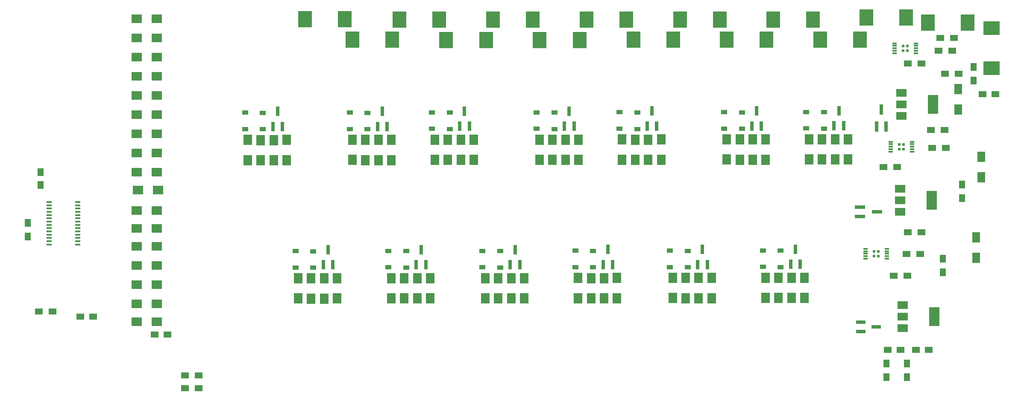
<source format=gbr>
G04 #@! TF.FileFunction,Paste,Top*
%FSLAX46Y46*%
G04 Gerber Fmt 4.6, Leading zero omitted, Abs format (unit mm)*
G04 Created by KiCad (PCBNEW 4.0.6) date Tuesday, July 11, 2017 'PMt' 04:53:45 PM*
%MOMM*%
%LPD*%
G01*
G04 APERTURE LIST*
%ADD10C,0.100000*%
%ADD11R,1.500000X1.250000*%
%ADD12R,0.890000X0.305000*%
%ADD13R,0.504000X0.564000*%
%ADD14R,1.500000X1.300000*%
%ADD15R,2.000000X3.800000*%
%ADD16R,2.000000X1.500000*%
%ADD17R,1.600000X2.000000*%
%ADD18R,1.100000X0.400000*%
%ADD19R,1.700000X2.000000*%
%ADD20R,0.800000X1.900000*%
%ADD21R,1.220000X0.910000*%
%ADD22R,2.700000X3.200000*%
%ADD23R,2.000000X1.700000*%
%ADD24R,1.300000X1.500000*%
%ADD25R,3.200000X2.700000*%
%ADD26R,2.000000X0.650000*%
%ADD27R,0.650000X2.000000*%
%ADD28R,1.900000X0.800000*%
%ADD29R,1.250000X1.500000*%
G04 APERTURE END LIST*
D10*
D11*
X30714000Y-76708000D03*
X28214000Y-76708000D03*
D12*
X174845000Y-18850000D03*
X174845000Y-19350000D03*
X174845000Y-19850000D03*
X174845000Y-20350000D03*
X174845000Y-20850000D03*
X179055000Y-20850000D03*
X179055000Y-20350000D03*
X179055000Y-19850000D03*
X179055000Y-19350000D03*
X179055000Y-18850000D03*
D13*
X177370000Y-20320000D03*
X177370000Y-19380000D03*
X176530000Y-20320000D03*
X176530000Y-19380000D03*
D14*
X186262000Y-20320000D03*
X183562000Y-20320000D03*
X180166000Y-22860000D03*
X177466000Y-22860000D03*
D15*
X182474000Y-30988000D03*
D16*
X176174000Y-30988000D03*
X176174000Y-33288000D03*
X176174000Y-28688000D03*
D14*
X184832000Y-24892000D03*
X187532000Y-24892000D03*
D17*
X187452000Y-27972000D03*
X187452000Y-31972000D03*
D14*
X175340000Y-43434000D03*
X172640000Y-43434000D03*
D18*
X7310000Y-50385000D03*
X7310000Y-51035000D03*
X7310000Y-51685000D03*
X7310000Y-52335000D03*
X7310000Y-52985000D03*
X7310000Y-53635000D03*
X7310000Y-54285000D03*
X7310000Y-54935000D03*
X7310000Y-55585000D03*
X7310000Y-56235000D03*
X7310000Y-56885000D03*
X7310000Y-57535000D03*
X7310000Y-58185000D03*
X7310000Y-58835000D03*
X13010000Y-58835000D03*
X13010000Y-58185000D03*
X13010000Y-57535000D03*
X13010000Y-56885000D03*
X13010000Y-56235000D03*
X13010000Y-55585000D03*
X13010000Y-54935000D03*
X13010000Y-54285000D03*
X13010000Y-53635000D03*
X13010000Y-52985000D03*
X13010000Y-52335000D03*
X13010000Y-51685000D03*
X13010000Y-51035000D03*
X13010000Y-50385000D03*
D19*
X157920000Y-37930000D03*
X157920000Y-41930000D03*
D20*
X162875000Y-35250000D03*
X164775000Y-35250000D03*
X163825000Y-32250000D03*
D21*
X160890000Y-35825000D03*
X160890000Y-32555000D03*
D19*
X160475000Y-41950000D03*
X160475000Y-37950000D03*
X163075000Y-37950000D03*
X163075000Y-41950000D03*
D21*
X157370000Y-35775000D03*
X157370000Y-32505000D03*
D19*
X165630000Y-41940000D03*
X165630000Y-37940000D03*
X141620000Y-37960000D03*
X141620000Y-41960000D03*
D21*
X141070000Y-35805000D03*
X141070000Y-32535000D03*
D20*
X146575000Y-35280000D03*
X148475000Y-35280000D03*
X147525000Y-32280000D03*
D21*
X144590000Y-35855000D03*
X144590000Y-32585000D03*
D20*
X125835000Y-35290000D03*
X127735000Y-35290000D03*
X126785000Y-32290000D03*
D21*
X123850000Y-35865000D03*
X123850000Y-32595000D03*
X120330000Y-35815000D03*
X120330000Y-32545000D03*
D19*
X123435000Y-41990000D03*
X123435000Y-37990000D03*
X126035000Y-37990000D03*
X126035000Y-41990000D03*
X120880000Y-37970000D03*
X120880000Y-41970000D03*
X146775000Y-37980000D03*
X146775000Y-41980000D03*
X144175000Y-41980000D03*
X144175000Y-37980000D03*
X128590000Y-41980000D03*
X128590000Y-37980000D03*
X149330000Y-41970000D03*
X149330000Y-37970000D03*
D20*
X154255000Y-62760000D03*
X156155000Y-62760000D03*
X155205000Y-59760000D03*
D21*
X152270000Y-63335000D03*
X152270000Y-60065000D03*
X148750000Y-63285000D03*
X148750000Y-60015000D03*
D19*
X130880000Y-65470000D03*
X130880000Y-69470000D03*
X133435000Y-69490000D03*
X133435000Y-65490000D03*
X136035000Y-65490000D03*
X136035000Y-69490000D03*
X138590000Y-69480000D03*
X138590000Y-65480000D03*
D20*
X135835000Y-62790000D03*
X137735000Y-62790000D03*
X136785000Y-59790000D03*
D21*
X133850000Y-63365000D03*
X133850000Y-60095000D03*
X130330000Y-63315000D03*
X130330000Y-60045000D03*
D19*
X154455000Y-65460000D03*
X154455000Y-69460000D03*
X151855000Y-69460000D03*
X151855000Y-65460000D03*
X149300000Y-65440000D03*
X149300000Y-69440000D03*
X157010000Y-69450000D03*
X157010000Y-65450000D03*
D21*
X103920000Y-35845000D03*
X103920000Y-32575000D03*
D19*
X104470000Y-38000000D03*
X104470000Y-42000000D03*
D20*
X109425000Y-35320000D03*
X111325000Y-35320000D03*
X110375000Y-32320000D03*
D21*
X107440000Y-35895000D03*
X107440000Y-32625000D03*
X83180000Y-35855000D03*
X83180000Y-32585000D03*
D20*
X88685000Y-35330000D03*
X90585000Y-35330000D03*
X89635000Y-32330000D03*
D21*
X86700000Y-35905000D03*
X86700000Y-32635000D03*
X111600000Y-63325000D03*
X111600000Y-60055000D03*
D19*
X119860000Y-69490000D03*
X119860000Y-65490000D03*
D20*
X117105000Y-62800000D03*
X119005000Y-62800000D03*
X118055000Y-59800000D03*
D21*
X115120000Y-63375000D03*
X115120000Y-60105000D03*
D19*
X112150000Y-65480000D03*
X112150000Y-69480000D03*
X114705000Y-69500000D03*
X114705000Y-65500000D03*
X117305000Y-65500000D03*
X117305000Y-69500000D03*
X101440000Y-69520000D03*
X101440000Y-65520000D03*
X98885000Y-65530000D03*
X98885000Y-69530000D03*
X93730000Y-65510000D03*
X93730000Y-69510000D03*
X96285000Y-69530000D03*
X96285000Y-65530000D03*
D21*
X93180000Y-63355000D03*
X93180000Y-60085000D03*
D20*
X98685000Y-62830000D03*
X100585000Y-62830000D03*
X99635000Y-59830000D03*
D21*
X96700000Y-63405000D03*
X96700000Y-60135000D03*
D19*
X112180000Y-42010000D03*
X112180000Y-38010000D03*
X109625000Y-38020000D03*
X109625000Y-42020000D03*
X107025000Y-42020000D03*
X107025000Y-38020000D03*
X83730000Y-38010000D03*
X83730000Y-42010000D03*
X91440000Y-42020000D03*
X91440000Y-38020000D03*
X86285000Y-42030000D03*
X86285000Y-38030000D03*
X88885000Y-38030000D03*
X88885000Y-42030000D03*
D21*
X74560000Y-63365000D03*
X74560000Y-60095000D03*
D20*
X80065000Y-62840000D03*
X81965000Y-62840000D03*
X81015000Y-59840000D03*
D21*
X78080000Y-63415000D03*
X78080000Y-60145000D03*
D19*
X75110000Y-65520000D03*
X75110000Y-69520000D03*
X77665000Y-69540000D03*
X77665000Y-65540000D03*
X80265000Y-65540000D03*
X80265000Y-69540000D03*
X82820000Y-69530000D03*
X82820000Y-65530000D03*
X72585000Y-38060000D03*
X72585000Y-42060000D03*
X67430000Y-38040000D03*
X67430000Y-42040000D03*
X69985000Y-42060000D03*
X69985000Y-38060000D03*
X75140000Y-42050000D03*
X75140000Y-38050000D03*
D20*
X72385000Y-35360000D03*
X74285000Y-35360000D03*
X73335000Y-32360000D03*
D21*
X70400000Y-35935000D03*
X70400000Y-32665000D03*
X66880000Y-35885000D03*
X66880000Y-32615000D03*
D19*
X61845000Y-65570000D03*
X61845000Y-69570000D03*
X56690000Y-65550000D03*
X56690000Y-69550000D03*
X59245000Y-69570000D03*
X59245000Y-65570000D03*
X64400000Y-69560000D03*
X64400000Y-65560000D03*
D20*
X61645000Y-62870000D03*
X63545000Y-62870000D03*
X62595000Y-59870000D03*
D21*
X59660000Y-63445000D03*
X59660000Y-60175000D03*
X56140000Y-63395000D03*
X56140000Y-60125000D03*
X49660000Y-35945000D03*
X49660000Y-32675000D03*
D22*
X58000000Y-14100000D03*
X65900000Y-14100000D03*
X67375000Y-18150000D03*
X75275000Y-18150000D03*
X76700000Y-14125000D03*
X84600000Y-14125000D03*
X85975000Y-18175000D03*
X93875000Y-18175000D03*
X95250000Y-14150000D03*
X103150000Y-14150000D03*
X104525000Y-18175000D03*
X112425000Y-18175000D03*
X113800000Y-14150000D03*
X121700000Y-14150000D03*
X123100000Y-18150000D03*
X131000000Y-18150000D03*
X132325000Y-14125000D03*
X140225000Y-14125000D03*
X141550000Y-18150000D03*
X149450000Y-18150000D03*
X150825000Y-14150000D03*
X158725000Y-14150000D03*
X160100000Y-18150000D03*
X168000000Y-18150000D03*
D20*
X51645000Y-35370000D03*
X53545000Y-35370000D03*
X52595000Y-32370000D03*
D19*
X49245000Y-42070000D03*
X49245000Y-38070000D03*
X51845000Y-38070000D03*
X51845000Y-42070000D03*
X54400000Y-42060000D03*
X54400000Y-38060000D03*
D21*
X46140000Y-35895000D03*
X46140000Y-32625000D03*
D19*
X46690000Y-38050000D03*
X46690000Y-42050000D03*
D23*
X24670000Y-17780000D03*
X28670000Y-17780000D03*
X24670000Y-21590000D03*
X28670000Y-21590000D03*
X24670000Y-25400000D03*
X28670000Y-25400000D03*
X24670000Y-29210000D03*
X28670000Y-29210000D03*
X24670000Y-33020000D03*
X28670000Y-33020000D03*
X24670000Y-36830000D03*
X28670000Y-36830000D03*
X24670000Y-40640000D03*
X28670000Y-40640000D03*
X24670000Y-44450000D03*
X28670000Y-44450000D03*
X28924000Y-48006000D03*
X24924000Y-48006000D03*
X28670000Y-52070000D03*
X24670000Y-52070000D03*
X28670000Y-55626000D03*
X24670000Y-55626000D03*
X28670000Y-59182000D03*
X24670000Y-59182000D03*
X28670000Y-62992000D03*
X24670000Y-62992000D03*
X28670000Y-74168000D03*
X24670000Y-74168000D03*
X28670000Y-66802000D03*
X24670000Y-66802000D03*
X28670000Y-70612000D03*
X24670000Y-70612000D03*
X28670000Y-13970000D03*
X24670000Y-13970000D03*
D17*
X192024000Y-45434000D03*
X192024000Y-41434000D03*
X191008000Y-61436000D03*
X191008000Y-57436000D03*
D15*
X182220000Y-50038000D03*
D16*
X175920000Y-50038000D03*
X175920000Y-52338000D03*
X175920000Y-47738000D03*
D15*
X182728000Y-73152000D03*
D16*
X176428000Y-73152000D03*
X176428000Y-75452000D03*
X176428000Y-70852000D03*
D24*
X188214000Y-49610000D03*
X188214000Y-46910000D03*
X184404000Y-64342000D03*
X184404000Y-61642000D03*
D14*
X177372000Y-65024000D03*
X174672000Y-65024000D03*
X184992000Y-39624000D03*
X182292000Y-39624000D03*
X179912000Y-60706000D03*
X177212000Y-60706000D03*
D12*
X174083000Y-38408000D03*
X174083000Y-38908000D03*
X174083000Y-39408000D03*
X174083000Y-39908000D03*
X174083000Y-40408000D03*
X178293000Y-40408000D03*
X178293000Y-39908000D03*
X178293000Y-39408000D03*
X178293000Y-38908000D03*
X178293000Y-38408000D03*
D13*
X176608000Y-39878000D03*
X176608000Y-38938000D03*
X175768000Y-39878000D03*
X175768000Y-38938000D03*
D12*
X169091000Y-59668000D03*
X169091000Y-60168000D03*
X169091000Y-60668000D03*
X169091000Y-61168000D03*
X169091000Y-61668000D03*
X173301000Y-61668000D03*
X173301000Y-61168000D03*
X173301000Y-60668000D03*
X173301000Y-60168000D03*
X173301000Y-59668000D03*
D13*
X171616000Y-61138000D03*
X171616000Y-60198000D03*
X170776000Y-61138000D03*
X170776000Y-60198000D03*
D25*
X194056000Y-15862000D03*
X194056000Y-23762000D03*
D22*
X181470000Y-14732000D03*
X189370000Y-14732000D03*
X169278000Y-13716000D03*
X177178000Y-13716000D03*
D26*
X167962000Y-51374000D03*
X167962000Y-53274000D03*
X171382000Y-52324000D03*
D27*
X171262000Y-35424000D03*
X173162000Y-35424000D03*
X172212000Y-32004000D03*
D24*
X177292000Y-85170000D03*
X177292000Y-82470000D03*
X190500000Y-23542000D03*
X190500000Y-26242000D03*
X173228000Y-85170000D03*
X173228000Y-82470000D03*
D28*
X168196000Y-74234000D03*
X168196000Y-76134000D03*
X171196000Y-75184000D03*
D11*
X179090000Y-79756000D03*
X181590000Y-79756000D03*
X192298000Y-28956000D03*
X194798000Y-28956000D03*
X173502000Y-79756000D03*
X176002000Y-79756000D03*
D14*
X5254000Y-72136000D03*
X7954000Y-72136000D03*
D11*
X13482000Y-73152000D03*
X15982000Y-73152000D03*
D14*
X184738000Y-36068000D03*
X182038000Y-36068000D03*
X186596000Y-17780000D03*
X183896000Y-17780000D03*
X180166000Y-56388000D03*
X177466000Y-56388000D03*
D29*
X5588000Y-44470000D03*
X5588000Y-46970000D03*
D14*
X36910000Y-87376000D03*
X34210000Y-87376000D03*
X34210000Y-84836000D03*
X36910000Y-84836000D03*
D24*
X3048000Y-57230000D03*
X3048000Y-54530000D03*
M02*

</source>
